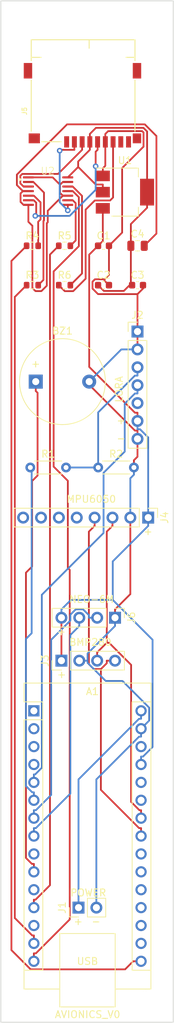
<source format=kicad_pcb>
(kicad_pcb (version 20221018) (generator pcbnew)
  (layers (0 "F.Cu" signal) (31 "B.Cu" signal) (34 "B.Paste" user) (35 "F.Paste" user) (36 "B.SilkS" user "B.Silkscreen") (37 "F.SilkS" user "F.Silkscreen") (38 "B.Mask" user) (39 "F.Mask" user) (44 "Edge.Cuts" user))
  (net 0 "")
  (net 5 "+5V")
  (net 6 "GND")
  (net 7 "+3.3V")
  (net 8 "Net-(U2-1~OE)")
  (net 9 "+9V")
  (net 10 "Net-(J2-Pin_3)")
  (net 11 "LORA_RX")
  (net 13 "SCL")
  (net 14 "SDA")
  (net 20 "Net-(J5-DAT3{slash}CD)")
  (net 21 "Net-(J5-CMD)")
  (net 22 "Net-(J5-CLK)")
  (net 23 "DO_LLS")
  (net 26 "GPS_RX")
  (net 27 "GPS_TX")
  (net 28 "SD_MOSI")
  (net 29 "Net-(U2-1A)")
  (net 30 "SD_SCK")
  (net 31 "Net-(U2-2A)")
  (net 32 "SD_CS")
  (net 33 "Net-(U2-3A)")
  (net 34 "Net-(U2-4A)")
  (net 35 "SD_MISO")
  (net 36 "LORA_TX")
  (net 38 "BUZZER")
  (footprint "MountingHole:MountingHole_3.2mm_M3_ISO7380" (layer "F.Cu") (at 33.5 154)
    (fp_text reference "H4" hide)
    (fp_text value "MountingHole" hide)
    (pad "" np_thru_hole circle (at 0 0) (size 3.2 3.2) (drill 3.2) (layers "*.Cu" "*.Mask"))
  )
  (footprint "Connector_PinHeader_2.54mm:PinHeader_1x02_P2.54mm_Vertical" (layer "F.Cu") (at 23.037 140.7302 90)
    (fp_text reference "J1" (at 0 -2.33 90) (layer "F.SilkS"))
    (fp_text value "BATTERY")
    (fp_line (start -1.33 -1.33) (end 0 -1.33) (stroke (width 0.12)) (layer "F.SilkS"))
    (fp_line (start -1.33 0) (end -1.33 -1.33) (stroke (width 0.12)) (layer "F.SilkS"))
    (fp_line (start -1.33 1.27) (end -1.33 3.87) (stroke (width 0.12)) (layer "F.SilkS"))
    (fp_line (start -1.33 1.27) (end 1.33 1.27) (stroke (width 0.12)) (layer "F.SilkS"))
    (fp_line (start -1.33 3.87) (end 1.33 3.87) (stroke (width 0.12)) (layer "F.SilkS"))
    (fp_line (start 1.33 1.27) (end 1.33 3.87) (stroke (width 0.12)) (layer "F.SilkS"))
    (pad "1" thru_hole rect (at 0 0 90) (size 1.7 1.7) (drill 1) (layers "*.Cu" "*.Mask") (net 9 "+9V"))
    (pad "2" thru_hole oval (at 0 2.54 90) (size 1.7 1.7) (drill 1) (layers "*.Cu" "*.Mask") (net 6 "GND"))
  )
  (footprint "Resistor_SMD:R_0603_1608Metric" (layer "F.Cu") (at 16.481 46.77)
    (fp_text reference "R4" (at 0 -1.43) (layer "F.SilkS"))
    (fp_text value "3.3k")
    (fp_line (start -0.237258 -0.5225) (end 0.237258 -0.5225) (stroke (width 0.12)) (layer "F.SilkS"))
    (fp_line (start -0.237258 0.5225) (end 0.237258 0.5225) (stroke (width 0.12)) (layer "F.SilkS"))
    (pad "1" smd roundrect (at -0.825 0) (size 0.8 0.95) (layers "F.Cu" "F.Paste" "F.Mask") (net 30 "SD_SCK"))
    (pad "2" smd roundrect (at 0.825 0) (size 0.8 0.95) (layers "F.Cu" "F.Paste" "F.Mask") (net 31 "Net-(U2-2A)"))
  )
  (footprint "Package_TO_SOT_SMD:SOT-223-3_TabPin2" (layer "F.Cu") (at 29.64 39.15)
    (fp_text reference "U1" (at 0 -4.5) (layer "F.SilkS"))
    (fp_text value "AMS1117-3.3")
    (fp_line (start -4.1 -3.41) (end 1.91 -3.41) (stroke (width 0.12)) (layer "F.SilkS"))
    (fp_line (start -1.85 3.41) (end 1.91 3.41) (stroke (width 0.12)) (layer "F.SilkS"))
    (fp_line (start 1.91 -3.41) (end 1.91 -2.15) (stroke (width 0.12)) (layer "F.SilkS"))
    (fp_line (start 1.91 3.41) (end 1.91 2.15) (stroke (width 0.12)) (layer "F.SilkS"))
    (pad "1" smd rect (at -3.15 -2.3) (size 2 1.5) (layers "F.Cu" "F.Paste" "F.Mask") (net 6 "GND"))
    (pad "2" smd rect (at -3.15 0) (size 2 1.5) (layers "F.Cu" "F.Paste" "F.Mask") (net 7 "+3.3V"))
    (pad "2" smd rect (at 3.15 0) (size 2 3.8) (layers "F.Cu" "F.Paste" "F.Mask") (net 7 "+3.3V"))
    (pad "3" smd rect (at -3.15 2.3) (size 2 1.5) (layers "F.Cu" "F.Paste" "F.Mask") (net 5 "+5V"))
  )
  (footprint "Resistor_THT:R_Axial_DIN0204_L3.6mm_D1.6mm_P5.08mm_Horizontal" (layer "F.Cu") (at 16.184 78.2462)
    (fp_text reference "R1" (at 2.54 -1.92) (layer "F.SilkS"))
    (fp_text value "1k")
    (fp_line (start 0.62 -0.92) (end 4.46 -0.92) (stroke (width 0.12)) (layer "F.SilkS"))
    (fp_line (start 0.62 0.92) (end 4.46 0.92) (stroke (width 0.12)) (layer "F.SilkS"))
    (pad "1" thru_hole circle (at 0 0) (size 1.4 1.4) (drill 0.7) (layers "*.Cu" "*.Mask") (net 36 "LORA_TX"))
    (pad "2" thru_hole oval (at 5.08 0) (size 1.4 1.4) (drill 0.7) (layers "*.Cu" "*.Mask") (net 10 "Net-(J2-Pin_3)"))
  )
  (footprint "Connector_PinHeader_2.54mm:PinHeader_1x04_P2.54mm_Vertical" (layer "F.Cu") (at 20.61 105.67 90)
    (fp_text reference "J3" (at 0 -2.33 90) (layer "F.SilkS"))
    (fp_text value "BMP280" hide)
    (fp_line (start -1.33 -1.33) (end 0 -1.33) (stroke (width 0.12)) (layer "F.SilkS"))
    (fp_line (start -1.33 0) (end -1.33 -1.33) (stroke (width 0.12)) (layer "F.SilkS"))
    (fp_line (start -1.33 1.27) (end -1.33 8.95) (stroke (width 0.12)) (layer "F.SilkS"))
    (fp_line (start -1.33 1.27) (end 1.33 1.27) (stroke (width 0.12)) (layer "F.SilkS"))
    (fp_line (start -1.33 8.95) (end 1.33 8.95) (stroke (width 0.12)) (layer "F.SilkS"))
    (fp_line (start 1.33 1.27) (end 1.33 8.95) (stroke (width 0.12)) (layer "F.SilkS"))
    (pad "1" thru_hole rect (at 0 0 90) (size 1.7 1.7) (drill 1) (layers "*.Cu" "*.Mask") (net 5 "+5V"))
    (pad "2" thru_hole oval (at 0 2.54 90) (size 1.7 1.7) (drill 1) (layers "*.Cu" "*.Mask") (net 6 "GND"))
    (pad "3" thru_hole oval (at 0 5.08 90) (size 1.7 1.7) (drill 1) (layers "*.Cu" "*.Mask") (net 13 "SCL"))
    (pad "4" thru_hole oval (at 0 7.62 90) (size 1.7 1.7) (drill 1) (layers "*.Cu" "*.Mask") (net 14 "SDA"))
  )
  (footprint "Capacitor_SMD:C_0805_2012Metric" (layer "F.Cu") (at 31.431 46.77)
    (fp_text reference "C4" (at 0 -1.68) (layer "F.SilkS"))
    (fp_text value "100uF")
    (fp_line (start -0.261252 -0.735) (end 0.261252 -0.735) (stroke (width 0.12)) (layer "F.SilkS"))
    (fp_line (start -0.261252 0.735) (end 0.261252 0.735) (stroke (width 0.12)) (layer "F.SilkS"))
    (pad "1" smd roundrect (at -0.95 0) (size 1 1.45) (layers "F.Cu" "F.Paste" "F.Mask") (net 7 "+3.3V"))
    (pad "2" smd roundrect (at 0.95 0) (size 1 1.45) (layers "F.Cu" "F.Paste" "F.Mask") (net 8 "Net-(U2-1~OE)"))
  )
  (footprint "SN74LVC125AD:TSSOP" (layer "F.Cu") (at 15.912 36.9056)
    (fp_text reference "U2" (at 2.7432 -0.762 unlocked) (layer "F.SilkS") (effects (font (thickness 0.1))))
    (fp_text value "SN74LVC125AD")
    (fp_circle (center -1.2192 0.4572) (end -1.1192 0.4572) (stroke (width 0.2)) (fill none) (layer "F.SilkS"))
    (pad "1" smd roundrect (at 0 0.1524) (size 1.55 0.3) (layers "F.Cu" "F.Paste" "F.Mask") (net 8 "Net-(U2-1~OE)"))
    (pad "2" smd roundrect (at 0 0.8024) (size 1.55 0.3) (layers "F.Cu" "F.Paste" "F.Mask") (net 29 "Net-(U2-1A)"))
    (pad "3" smd roundrect (at 0 1.4524) (size 1.55 0.3) (layers "F.Cu" "F.Paste" "F.Mask") (net 21 "Net-(J5-CMD)"))
    (pad "4" smd roundrect (at 0 2.1024) (size 1.55 0.3) (layers "F.Cu" "F.Paste" "F.Mask") (net 8 "Net-(U2-1~OE)"))
    (pad "5" smd roundrect (at 0 2.7524) (size 1.55 0.3) (layers "F.Cu" "F.Paste" "F.Mask") (net 31 "Net-(U2-2A)"))
    (pad "6" smd roundrect (at 0 3.4024) (size 1.55 0.3) (layers "F.Cu" "F.Paste" "F.Mask") (net 22 "Net-(J5-CLK)"))
    (pad "7" smd roundrect (at 0 4.0524) (size 1.55 0.3) (layers "F.Cu" "F.Paste" "F.Mask") (net 8 "Net-(U2-1~OE)"))
    (pad "8" smd roundrect (at 5.6 4.0524) (size 1.55 0.3) (layers "F.Cu" "F.Paste" "F.Mask") (net 20 "Net-(J5-DAT3{slash}CD)"))
    (pad "9" smd roundrect (at 5.6 3.4024) (size 1.55 0.3) (layers "F.Cu" "F.Paste" "F.Mask") (net 33 "Net-(U2-3A)"))
    (pad "10" smd roundrect (at 5.6 2.7524) (size 1.55 0.3) (layers "F.Cu" "F.Paste" "F.Mask") (net 8 "Net-(U2-1~OE)"))
    (pad "11" smd roundrect (at 5.6 2.1024) (size 1.55 0.3) (layers "F.Cu" "F.Paste" "F.Mask") (net 35 "SD_MISO"))
    (pad "12" smd roundrect (at 5.6 1.4524) (size 1.55 0.3) (layers "F.Cu" "F.Paste" "F.Mask") (net 34 "Net-(U2-4A)"))
    (pad "13" smd roundrect (at 5.6 0.8024) (size 1.55 0.3) (layers "F.Cu" "F.Paste" "F.Mask") (net 8 "Net-(U2-1~OE)"))
    (pad "14" smd roundrect (at 5.6 0.1524) (size 1.55 0.3) (layers "F.Cu" "F.Paste" "F.Mask") (net 7 "+3.3V"))
  )
  (footprint "MountingHole:MountingHole_3.2mm_M3_ISO7380" (layer "F.Cu") (at 33.5 15)
    (fp_text reference "H2" hide)
    (fp_text value "MountingHole" hide)
    (pad "" np_thru_hole circle (at 0 0) (size 3.2 3.2) (drill 3.2) (layers "*.Cu" "*.Mask"))
  )
  (footprint "Capacitor_SMD:C_0603_1608Metric" (layer "F.Cu") (at 26.592 46.77)
    (fp_text reference "C1" (at 0 -1.43) (layer "F.SilkS"))
    (fp_text value "100uF")
    (fp_line (start -0.14058 -0.51) (end 0.14058 -0.51) (stroke (width 0.12)) (layer "F.SilkS"))
    (fp_line (start -0.14058 0.51) (end 0.14058 0.51) (stroke (width 0.12)) (layer "F.SilkS"))
    (pad "1" smd roundrect (at -0.775 0) (size 0.9 0.95) (layers "F.Cu" "F.Paste" "F.Mask") (net 5 "+5V"))
    (pad "2" smd roundrect (at 0.775 0) (size 0.9 0.95) (layers "F.Cu" "F.Paste" "F.Mask") (net 6 "GND"))
  )
  (footprint "J_SD_Card-micro_socket_A:J_SD_Card-micro_socket_A" (layer "F.Cu") (at 24.566 24.9963)
    (fp_text reference "J5" (at -9.201432 2.644855 -90) (layer "F.SilkS") (effects (font (size 0.64 0.64))))
    (fp_text value "Micro_SD_Card" hide)
    (fp_line (start -8.25 -7.478145) (end -8.25 -4.978145) (stroke (width 0.15)) (layer "F.SilkS"))
    (fp_line (start -8.25 -4.978145) (end -8.25 -4.5) (stroke (width 0.15)) (layer "F.SilkS"))
    (fp_line (start -8.25 -1.75) (end -8.25 5.5) (stroke (width 0.15)) (layer "F.SilkS"))
    (fp_line (start -6.85 -4.978145) (end -8.25 -4.978145) (stroke (width 0.15)) (layer "F.SilkS"))
    (fp_line (start -6.75 7) (end -4 7) (stroke (width 0.15)) (layer "F.SilkS"))
    (fp_line (start -5.45 -7.478145) (end -8.25 -7.478145) (stroke (width 0.15)) (layer "F.SilkS"))
    (fp_line (start -0.015032 -7.478145) (end -5.515032 -7.478145) (stroke (width 0.15)) (layer "F.SilkS"))
    (fp_line (start -0.015032 -6.278145) (end -0.015032 -7.478145) (stroke (width 0.15)) (layer "F.SilkS"))
    (fp_line (start 5.234968 -4.978145) (end 6.5 -4.978145) (stroke (width 0.15)) (layer "F.SilkS"))
    (fp_line (start 5.484968 -7.478145) (end -0.015032 -7.478145) (stroke (width 0.15)) (layer "F.SilkS"))
    (fp_line (start 6.5 -7.478145) (end 5.484968 -7.478145) (stroke (width 0.15)) (layer "F.SilkS"))
    (fp_line (start 6.5 -7.478145) (end 6.5 -4.978145) (stroke (width 0.15)) (layer "F.SilkS"))
    (fp_line (start 6.5 -4.989073) (end 6.5 -4.510928) (stroke (width 0.15)) (layer "F.SilkS"))
    (fp_line (start 6.5 -1.75) (end 6.5 5.5) (stroke (width 0.15)) (layer "F.SilkS"))
    (pad "" np_thru_hole circle (at -4.015032 -3.478145) (size 0.9 0.9) (drill 0.9) (layers "*.Cu" "*.Mask"))
    (pad "" np_thru_hole circle (at 3.984968 -3.478145) (size 0.9 0.9) (drill 0.9) (layers "*.Cu" "*.Mask"))
    (pad "1" smd rect (at -3.215032 7.021855) (size 0.7 1.6) (layers "F.Cu" "F.Paste" "F.Mask"))
    (pad "2" smd rect (at -2.115032 7.021855) (size 0.7 1.6) (layers "F.Cu" "F.Paste" "F.Mask") (net 20 "Net-(J5-DAT3{slash}CD)"))
    (pad "3" smd rect (at -1.015032 7.021855) (size 0.7 1.6) (layers "F.Cu" "F.Paste" "F.Mask") (net 21 "Net-(J5-CMD)"))
    (pad "4" smd rect (at 0.084968 7.021855) (size 0.7 1.6) (layers "F.Cu" "F.Paste" "F.Mask") (net 7 "+3.3V"))
    (pad "5" smd rect (at 1.184968 7.021855) (size 0.7 1.6) (layers "F.Cu" "F.Paste" "F.Mask") (net 22 "Net-(J5-CLK)"))
    (pad "6" smd rect (at 2.284968 7.021855) (size 0.7 1.6) (layers "F.Cu" "F.Paste" "F.Mask") (net 6 "GND"))
    (pad "7" smd rect (at 3.384968 7.021855) (size 0.7 1.6) (layers "F.Cu" "F.Paste" "F.Mask") (net 23 "DO_LLS"))
    (pad "8" smd rect (at 4.484968 7.021855) (size 0.7 1.6) (layers "F.Cu" "F.Paste" "F.Mask"))
    (pad "9" smd rect (at 5.584968 7.021855) (size 0.7 1.6) (layers "F.Cu" "F.Paste" "F.Mask"))
    (pad "SH" smd rect (at -8.715032 -3.078145) (size 1.2 2.2) (layers "F.Cu" "F.Paste" "F.Mask"))
    (pad "SH" smd rect (at -7.815032 6.521855) (size 1.6 1.4) (layers "F.Cu" "F.Paste" "F.Mask"))
    (pad "SH" smd rect (at 6.784968 -3.078145) (size 1.2 2.2) (layers "F.Cu" "F.Paste" "F.Mask"))
    (pad "SH" smd rect (at 6.784968 6.521855) (size 1.2 1.4) (layers "F.Cu" "F.Paste" "F.Mask"))
  )
  (footprint "Capacitor_SMD:C_0603_1608Metric" (layer "F.Cu") (at 31.431 52.358)
    (fp_text reference "C3" (at 0 -1.43) (layer "F.SilkS"))
    (fp_text value "100uF")
    (fp_line (start -0.14058 -0.51) (end 0.14058 -0.51) (stroke (width 0.12)) (layer "F.SilkS"))
    (fp_line (start -0.14058 0.51) (end 0.14058 0.51) (stroke (width 0.12)) (layer "F.SilkS"))
    (pad "1" smd roundrect (at -0.775 0) (size 0.9 0.95) (layers "F.Cu" "F.Paste" "F.Mask") (net 7 "+3.3V"))
    (pad "2" smd roundrect (at 0.775 0) (size 0.9 0.95) (layers "F.Cu" "F.Paste" "F.Mask") (net 6 "GND"))
  )
  (footprint "Resistor_SMD:R_0603_1608Metric" (layer "F.Cu") (at 21.053 46.77)
    (fp_text reference "R5" (at 0 -1.43) (layer "F.SilkS"))
    (fp_text value "3.3k")
    (fp_line (start -0.237258 -0.5225) (end 0.237258 -0.5225) (stroke (width 0.12)) (layer "F.SilkS"))
    (fp_line (start -0.237258 0.5225) (end 0.237258 0.5225) (stroke (width 0.12)) (layer "F.SilkS"))
    (pad "1" smd roundrect (at -0.825 0) (size 0.8 0.95) (layers "F.Cu" "F.Paste" "F.Mask") (net 32 "SD_CS"))
    (pad "2" smd roundrect (at 0.825 0) (size 0.8 0.95) (layers "F.Cu" "F.Paste" "F.Mask") (net 33 "Net-(U2-3A)"))
  )
  (footprint "Resistor_SMD:R_0603_1608Metric" (layer "F.Cu") (at 16.481 52.358)
    (fp_text reference "R3" (at 0 -1.43) (layer "F.SilkS"))
    (fp_text value "3.3k")
    (fp_line (start -0.237258 -0.5225) (end 0.237258 -0.5225) (stroke (width 0.12)) (layer "F.SilkS"))
    (fp_line (start -0.237258 0.5225) (end 0.237258 0.5225) (stroke (width 0.12)) (layer "F.SilkS"))
    (pad "1" smd roundrect (at -0.825 0) (size 0.8 0.95) (layers "F.Cu" "F.Paste" "F.Mask") (net 28 "SD_MOSI"))
    (pad "2" smd roundrect (at 0.825 0) (size 0.8 0.95) (layers "F.Cu" "F.Paste" "F.Mask") (net 29 "Net-(U2-1A)"))
  )
  (footprint "Buzzer_Beeper:Buzzer_12x9.5RM7.6" (layer "F.Cu") (at 16.956 66.0542)
    (fp_text reference "BZ1" (at 3.8 -7.2) (layer "F.SilkS"))
    (fp_text value "BUZZER")
    (fp_text user "+" (at -0.01 -2.54) (layer "F.SilkS"))
    (fp_circle (center 3.8 0) (end 9.9 0) (stroke (width 0.12)) (fill none) (layer "F.SilkS"))
    (pad "1" thru_hole rect (at 0 0) (size 2 2) (drill 1) (layers "*.Cu" "*.Mask") (net 38 "BUZZER"))
    (pad "2" thru_hole circle (at 7.6 0) (size 2 2) (drill 1) (layers "*.Cu" "*.Mask") (net 6 "GND"))
  )
  (footprint "MountingHole:MountingHole_3.2mm_M3_ISO7380" (layer "F.Cu") (at 15 15)
    (fp_text reference "H1" hide)
    (fp_text value "MountingHole" hide)
    (pad "" np_thru_hole circle (at 0 0) (size 3.2 3.2) (drill 3.2) (layers "*.Cu" "*.Mask"))
  )
  (footprint "Resistor_THT:R_Axial_DIN0204_L3.6mm_D1.6mm_P5.08mm_Horizontal" (layer "F.Cu") (at 25.836 78.2462)
    (fp_text reference "R2" (at 2.54 -1.92) (layer "F.SilkS"))
    (fp_text value "2k")
    (fp_line (start 0.62 -0.92) (end 4.46 -0.92) (stroke (width 0.12)) (layer "F.SilkS"))
    (fp_line (start 0.62 0.92) (end 4.46 0.92) (stroke (width 0.12)) (layer "F.SilkS"))
    (pad "1" thru_hole circle (at 0 0) (size 1.4 1.4) (drill 0.7) (layers "*.Cu" "*.Mask") (net 10 "Net-(J2-Pin_3)"))
    (pad "2" thru_hole oval (at 5.08 0) (size 1.4 1.4) (drill 0.7) (layers "*.Cu" "*.Mask") (net 6 "GND"))
  )
  (footprint "Connector_PinHeader_2.54mm:PinHeader_1x04_P2.54mm_Vertical" (layer "F.Cu") (at 28.23 99.574 -90)
    (fp_text reference "J6" (at 0 -2.33 90) (layer "F.SilkS"))
    (fp_text value "NEO-6M" hide)
    (fp_line (start -1.33 -1.33) (end 0 -1.33) (stroke (width 0.12)) (layer "F.SilkS"))
    (fp_line (start -1.33 0) (end -1.33 -1.33) (stroke (width 0.12)) (layer "F.SilkS"))
    (fp_line (start -1.33 1.27) (end -1.33 8.95) (stroke (width 0.12)) (layer "F.SilkS"))
    (fp_line (start -1.33 1.27) (end 1.33 1.27) (stroke (width 0.12)) (layer "F.SilkS"))
    (fp_line (start -1.33 8.95) (end 1.33 8.95) (stroke (width 0.12)) (layer "F.SilkS"))
    (fp_line (start 1.33 1.27) (end 1.33 8.95) (stroke (width 0.12)) (layer "F.SilkS"))
    (pad "1" thru_hole rect (at 0 0 270) (size 1.7 1.7) (drill 1) (layers "*.Cu" "*.Mask") (net 6 "GND"))
    (pad "2" thru_hole oval (at 0 2.54 270) (size 1.7 1.7) (drill 1) (layers "*.Cu" "*.Mask") (net 26 "GPS_RX"))
    (pad "3" thru_hole oval (at 0 5.08 270) (size 1.7 1.7) (drill 1) (layers "*.Cu" "*.Mask") (net 27 "GPS_TX"))
    (pad "4" thru_hole oval (at 0 7.62 270) (size 1.7 1.7) (drill 1) (layers "*.Cu" "*.Mask") (net 5 "+5V"))
  )
  (footprint "Capacitor_SMD:C_0603_1608Metric" (layer "F.Cu") (at 26.592 52.358)
    (fp_text reference "C2" (at 0 -1.43) (layer "F.SilkS"))
    (fp_text value "10uF")
    (fp_line (start -0.14058 -0.51) (end 0.14058 -0.51) (stroke (width 0.12)) (layer "F.SilkS"))
    (fp_line (start -0.14058 0.51) (end 0.14058 0.51) (stroke (width 0.12)) (layer "F.SilkS"))
    (pad "1" smd roundrect (at -0.775 0) (size 0.9 0.95) (layers "F.Cu" "F.Paste" "F.Mask") (net 7 "+3.3V"))
    (pad "2" smd roundrect (at 0.775 0) (size 0.9 0.95) (layers "F.Cu" "F.Paste" "F.Mask") (net 6 "GND"))
  )
  (footprint "MountingHole:MountingHole_3.2mm_M3_ISO7380" (layer "F.Cu") (at 15 154)
    (fp_text reference "H3" hide)
    (fp_text value "MountingHole" hide)
    (pad "" np_thru_hole circle (at 0 0) (size 3.2 3.2) (drill 3.2) (layers "*.Cu" "*.Mask"))
  )
  (footprint "Module:Arduino_Nano" (layer "F.Cu") (at 16.692 112.7902)
    (fp_text reference "A1" (at 8.318 -2.7502) (layer "F.SilkS"))
    (fp_text value "Arduino_Nano_v2.x")
    (fp_text user "USB" (at 7.62 35.56 unlocked) (layer "F.SilkS"))
    (fp_line (start -1.4 -3.94) (end -1.4 -1.27) (stroke (width 0.12)) (layer "F.SilkS"))
    (fp_line (start -1.4 1.27) (end -1.4 39.5) (stroke (width 0.12)) (layer "F.SilkS"))
    (fp_line (start -1.4 39.5) (end 3.68 39.5) (stroke (width 0.12)) (layer "F.SilkS"))
    (fp_line (start 1.27 -1.27) (end -1.4 -1.27) (stroke (width 0.12)) (layer "F.SilkS"))
    (fp_line (start 1.27 1.27) (end -1.4 1.27) (stroke (width 0.12)) (layer "F.SilkS"))
    (fp_line (start 1.27 1.27) (end 1.27 -1.27) (stroke (width 0.12)) (layer "F.SilkS"))
    (fp_line (start 1.27 1.27) (end 1.27 36.83) (stroke (width 0.12)) (layer "F.SilkS"))
    (fp_line (start 1.27 36.83) (end -1.4 36.83) (stroke (width 0.12)) (layer "F.SilkS"))
    (fp_line (start 3.68 31.62) (end 11.56 31.62) (stroke (width 0.12)) (layer "F.SilkS"))
    (fp_line (start 3.68 42.04) (end 3.68 31.62) (stroke (width 0.12)) (layer "F.SilkS"))
    (fp_line (start 11.56 31.62) (end 11.56 42.04) (stroke (width 0.12)) (layer "F.SilkS"))
    (fp_line (start 11.56 42.04) (end 3.68 42.04) (stroke (width 0.12)) (layer "F.SilkS"))
    (fp_line (start 13.97 -1.27) (end 13.97 36.83) (stroke (width 0.12)) (layer "F.SilkS"))
    (fp_line (start 13.97 -1.27) (end 16.64 -1.27) (stroke (width 0.12)) (layer "F.SilkS"))
    (fp_line (start 13.97 36.83) (end 16.64 36.83) (stroke (width 0.12)) (layer "F.SilkS"))
    (fp_line (start 16.64 -3.94) (end -1.4 -3.94) (stroke (width 0.12)) (layer "F.SilkS"))
    (fp_line (start 16.64 39.5) (end 11.56 39.5) (stroke (width 0.12)) (layer "F.SilkS"))
    (fp_line (start 16.64 39.5) (end 16.64 -3.94) (stroke (width 0.12)) (layer "F.SilkS"))
    (pad "1" thru_hole rect (at 0 0) (size 1.6 1.6) (drill 1) (layers "*.Cu" "*.Mask"))
    (pad "2" thru_hole oval (at 0 2.54) (size 1.6 1.6) (drill 1) (layers "*.Cu" "*.Mask"))
    (pad "3" thru_hole oval (at 0 5.08) (size 1.6 1.6) (drill 1) (layers "*.Cu" "*.Mask"))
    (pad "4" thru_hole oval (at 0 7.62) (size 1.6 1.6) (drill 1) (layers "*.Cu" "*.Mask"))
    (pad "5" thru_hole oval (at 0 10.16) (size 1.6 1.6) (drill 1) (layers "*.Cu" "*.Mask") (net 11 "LORA_RX"))
    (pad "6" thru_hole oval (at 0 12.7) (size 1.6 1.6) (drill 1) (layers "*.Cu" "*.Mask") (net 36 "LORA_TX"))
    (pad "7" thru_hole oval (at 0 15.24) (size 1.6 1.6) (drill 1) (layers "*.Cu" "*.Mask") (net 26 "GPS_RX"))
    (pad "8" thru_hole oval (at 0 17.78) (size 1.6 1.6) (drill 1) (layers "*.Cu" "*.Mask") (net 27 "GPS_TX"))
    (pad "9" thru_hole oval (at 0 20.32) (size 1.6 1.6) (drill 1) (layers "*.Cu" "*.Mask"))
    (pad "10" thru_hole oval (at 0 22.86) (size 1.6 1.6) (drill 1) (layers "*.Cu" "*.Mask") (net 38 "BUZZER"))
    (pad "11" thru_hole oval (at 0 25.4) (size 1.6 1.6) (drill 1) (layers "*.Cu" "*.Mask"))
    (pad "12" thru_hole oval (at 0 27.94) (size 1.6 1.6) (drill 1) (layers "*.Cu" "*.Mask") (net 32 "SD_CS"))
    (pad "13" thru_hole oval (at 0 30.48) (size 1.6 1.6) (drill 1) (layers "*.Cu" "*.Mask"))
    (pad "14" thru_hole oval (at 0 33.02) (size 1.6 1.6) (drill 1) (layers "*.Cu" "*.Mask") (net 28 "SD_MOSI"))
    (pad "15" thru_hole oval (at 0 35.56) (size 1.6 1.6) (drill 1) (layers "*.Cu" "*.Mask") (net 35 "SD_MISO"))
    (pad "16" thru_hole oval (at 15.24 35.56) (size 1.6 1.6) (drill 1) (layers "*.Cu" "*.Mask") (net 30 "SD_SCK"))
    (pad "17" thru_hole oval (at 15.24 33.02) (size 1.6 1.6) (drill 1) (layers "*.Cu" "*.Mask"))
    (pad "18" thru_hole oval (at 15.24 30.48) (size 1.6 1.6) (drill 1) (layers "*.Cu" "*.Mask"))
    (pad "19" thru_hole oval (at 15.24 27.94) (size 1.6 1.6) (drill 1) (layers "*.Cu" "*.Mask"))
    (pad "20" thru_hole oval (at 15.24 25.4) (size 1.6 1.6) (drill 1) (layers "*.Cu" "*.Mask"))
    (pad "21" thru_hole oval (at 15.24 22.86) (size 1.6 1.6) (drill 1) (layers "*.Cu" "*.Mask"))
    (pad "22" thru_hole oval (at 15.24 20.32) (size 1.6 1.6) (drill 1) (layers "*.Cu" "*.Mask"))
    (pad "23" thru_hole oval (at 15.24 17.78) (size 1.6 1.6) (drill 1) (layers "*.Cu" "*.Mask") (net 14 "SDA"))
    (pad "24" thru_hole oval (at 15.24 15.24) (size 1.6 1.6) (drill 1) (layers "*.Cu" "*.Mask") (net 13 "SCL"))
    (pad "25" thru_hole oval (at 15.24 12.7) (size 1.6 1.6) (drill 1) (layers "*.Cu" "*.Mask"))
    (pad "26" thru_hole oval (at 15.24 10.16) (size 1.6 1.6) (drill 1) (layers "*.Cu" "*.Mask"))
    (pad "27" thru_hole oval (at 15.24 7.62) (size 1.6 1.6) (drill 1) (layers "*.Cu" "*.Mask") (net 5 "+5V"))
    (pad "28" thru_hole oval (at 15.24 5.08) (size 1.6 1.6) (drill 1) (layers "*.Cu" "*.Mask"))
    (pad "29" thru_hole oval (at 15.24 2.54) (size 1.6 1.6) (drill 1) (layers "*.Cu" "*.Mask") (net 6 "GND"))
    (pad "30" thru_hole oval (at 15.24 0) (size 1.6 1.6) (drill 1) (layers "*.Cu" "*.Mask") (net 9 "+9V"))
  )
  (footprint "Connector_PinHeader_2.54mm:PinHeader_1x07_P2.54mm_Vertical" (layer "F.Cu") (at 31.424 58.9422)
    (fp_text reference "J2" (at 0 -2.33) (layer "F.SilkS"))
    (fp_text value "E220-900T22D")
    (fp_line (start -1.33 -1.33) (end 0 -1.33) (stroke (width 0.12)) (layer "F.SilkS"))
    (fp_line (start -1.33 0) (end -1.33 -1.33) (stroke (width 0.12)) (layer "F.SilkS"))
    (fp_line (start -1.33 1.27) (end -1.33 16.57) (stroke (width 0.12)) (layer "F.SilkS"))
    (fp_line (start -1.33 1.27) (end 1.33 1.27) (stroke (width 0.12)) (layer "F.SilkS"))
    (fp_line (start -1.33 16.57) (end 1.33 16.57) (stroke (width 0.12)) (layer "F.SilkS"))
    (fp_line (start 1.33 1.27) (end 1.33 16.57) (stroke (width 0.12)) (layer "F.SilkS"))
    (pad "1" thru_hole rect (at 0 0) (size 1.7 1.7) (drill 1) (layers "*.Cu" "*.Mask") (net 6 "GND"))
    (pad "2" thru_hole oval (at 0 2.54) (size 1.7 1.7) (drill 1) (layers "*.Cu" "*.Mask") (net 6 "GND"))
    (pad "3" thru_hole oval (at 0 5.08) (size 1.7 1.7) (drill 1) (layers "*.Cu" "*.Mask") (net 10 "Net-(J2-Pin_3)"))
    (pad "4" thru_hole oval (at 0 7.62) (size 1.7 1.7) (drill 1) (layers "*.Cu" "*.Mask") (net 11 "LORA_RX"))
    (pad "5" thru_hole oval (at 0 10.16) (size 1.7 1.7) (drill 1) (layers "*.Cu" "*.Mask"))
    (pad "6" thru_hole oval (at 0 12.7) (size 1.7 1.7) (drill 1) (layers "*.Cu" "*.Mask") (net 5 "+5V"))
    (pad "7" thru_hole oval (at 0 15.24) (size 1.7 1.7) (drill 1) (layers "*.Cu" "*.Mask") (net 6 "GND"))
  )
  (footprint "Resistor_SMD:R_0603_1608Metric" (layer "F.Cu") (at 21.053 52.358)
    (fp_text reference "R6" (at 0 -1.43) (layer "F.SilkS"))
    (fp_text value "3.3k")
    (fp_line (start -0.237258 -0.5225) (end 0.237258 -0.5225) (stroke (width 0.12)) (layer "F.SilkS"))
    (fp_line (start -0.237258 0.5225) (end 0.237258 0.5225) (stroke (width 0.12)) (layer "F.SilkS"))
    (pad "1" smd roundrect (at -0.825 0) (size 0.8 0.95) (layers "F.Cu" "F.Paste" "F.Mask") (net 23 "DO_LLS"))
    (pad "2" smd roundrect (at 0.825 0) (size 0.8 0.95) (layers "F.Cu" "F.Paste" "F.Mask") (net 34 "Net-(U2-4A)"))
  )
  (footprint "Connector_PinHeader_2.54mm:PinHeader_1x08_P2.54mm_Vertical" (layer "F.Cu") (at 32.948 85.3582 -90)
    (fp_text reference "J4" (at 0 -2.33 -90) (layer "F.SilkS"))
    (fp_text value "MPU6050" hide)
    (fp_line (start -1.33 -1.33) (end 0 -1.33) (stroke (width 0.12)) (layer "F.SilkS"))
    (fp_line (start -1.33 0) (end -1.33 -1.33) (stroke (width 0.12)) (layer "F.SilkS"))
    (fp_line (start -1.33 1.27) (end -1.33 19.11) (stroke (width 0.12)) (layer "F.SilkS"))
    (fp_line (start -1.33 1.27) (end 1.33 1.27) (stroke (width 0.12)) (layer "F.SilkS"))
    (fp_line (start -1.33 19.11) (end 1.33 19.11) (stroke (width 0.12)) (layer "F.SilkS"))
    (fp_line (start 1.33 1.27) (end 1.33 19.11) (stroke (width 0.12)) (layer "F.SilkS"))
    (pad "1" thru_hole rect (at 0 0 270) (size 1.7 1.7) (drill 1) (layers "*.Cu" "*.Mask") (net 5 "+5V"))
    (pad "2" thru_hole oval (at 0 2.54 270) (size 1.7 1.7) (drill 1) (layers "*.Cu" "*.Mask") (net 6 "GND"))
    (pad "3" thru_hole oval (at 0 5.08 270) (size 1.7 1.7) (drill 1) (layers "*.Cu" "*.Mask") (net 13 "SCL"))
    (pad "4" thru_hole oval (at 0 7.62 270) (size 1.7 1.7) (drill 1) (layers "*.Cu" "*.Mask") (net 14 "SDA"))
    (pad "5" thru_hole oval (at 0 10.16 270) (size 1.7 1.7) (drill 1) (layers "*.Cu" "*.Mask"))
    (pad "6" thru_hole oval (at 0 12.7 270) (size 1.7 1.7) (drill 1) (layers "*.Cu" "*.Mask"))
    (pad "7" thru_hole oval (at 0 15.24 270) (size 1.7 1.7) (drill 1) (layers "*.Cu" "*.Mask"))
    (pad "8" thru_hole oval (at 0 17.78 270) (size 1.7 1.7) (drill 1) (layers "*.Cu" "*.Mask"))
  )
  (gr_rect (start 12 12) (end 36.5 157) (stroke (width 0.1)) (fill none) (layer "Edge.Cuts"))
  (gr_text "NEO-6M" (at 21.626 97.542) (layer "F.SilkS") (effects (font (size 1 1)) (justify left bottom)))
  (gr_text "+" (at 19.92 108.21) (layer "F.SilkS") (effects (font (size 1 1)) (justify left bottom)))
  (gr_text "+" (at 22.28 143.2702) (layer "F.SilkS") (effects (font (size 1 1)) (justify left bottom)))
  (gr_text "AVIONICS_V0" (at 19.59 156.49) (layer "F.SilkS") (effects (font (size 1 1)) (justify left bottom)))
  (gr_text "+" (at 32.21 87.91) (layer "F.SilkS") (effects (font (size 1 1)) (justify left bottom)))
  (gr_text "+" (at 19.86 102.13) (layer "F.SilkS") (effects (font (size 1 1)) (justify left bottom)))
  (gr_text "-" (at 28.376 74.6902) (layer "F.SilkS") (effects (font (size 1 1)) (justify left bottom)))
  (gr_text "+" (at 28.376 72.1502) (layer "F.SilkS") (effects (font (size 1 1)) (justify left bottom)))
  (gr_text "POWER" (at 21.772 139.2062) (layer "F.SilkS") (effects (font (size 1 1)) (justify left bottom)))
  (gr_text "BMP280" (at 21.626 103.638) (layer "F.SilkS") (effects (font (size 1 1)) (justify left bottom)))
  (gr_text "LORA" (at 29.392 69.1022 90) (layer "F.SilkS") (effects (font (size 1 1)) (justify left bottom)))
  (gr_text "MPU6050" (at 21.264 83.3262) (layer "F.SilkS") (effects (font (size 1 1)) (justify left bottom)))
  (gr_text "-" (at 24.82 143.2702) (layer "F.SilkS") (effects (font (size 1 1)) (justify left bottom)))
  (segment (start 24.563 48.024) (end 25.817 46.77) (width 0.25) (layer "F.Cu") (net 5))
  (segment (start 24.563 63.9722) (end 24.563 48.024) (width 0.25) (layer "F.Cu") (net 5))
  (segment (start 31.0561 70.4653) (end 24.563 63.9722) (width 0.25) (layer "F.Cu") (net 5))
  (segment (start 31.424 71.6422) (end 31.424 70.4653) (width 0.25) (layer "F.Cu") (net 5))
  (segment (start 20.61 99.574) (end 20.61 105.67) (width 0.25) (layer "F.Cu") (net 5))
  (segment (start 25.817 46.77) (end 26.49 46.097) (width 0.25) (layer "F.Cu") (net 5))
  (segment (start 26.49 41.45) (end 26.49 42.5269) (width 0.25) (layer "F.Cu") (net 5))
  (segment (start 26.49 46.097) (end 26.49 42.5269) (width 0.25) (layer "F.Cu") (net 5))
  (segment (start 31.424 70.4653) (end 31.0561 70.4653) (width 0.25) (layer "F.Cu") (net 5))
  (segment (start 33.5669 102.7028) (end 27.9035 97.0394) (width 0.25) (layer "B.Cu") (net 5))
  (segment (start 27.9035 97.0394) (end 21.9677 97.0394) (width 0.25) (layer "B.Cu") (net 5))
  (segment (start 31.424 71.6422) (end 31.424 72.8191) (width 0.25) (layer "B.Cu") (net 5))
  (segment (start 32.948 73.9773) (end 32.948 85.3582) (width 0.25) (layer "B.Cu") (net 5))
  (segment (start 31.932 119.2833) (end 32.2137 119.2833) (width 0.25) (layer "B.Cu") (net 5))
  (segment (start 32.2137 119.2833) (end 33.5669 117.9301) (width 0.25) (layer "B.Cu") (net 5))
  (segment (start 31.7898 72.8191) (end 32.948 73.9773) (width 0.25) (layer "B.Cu") (net 5))
  (segment (start 32.948 85.3582) (end 32.948 86.5351) (width 0.25) (layer "B.Cu") (net 5))
  (segment (start 31.932 120.4102) (end 31.932 119.2833) (width 0.25) (layer "B.Cu") (net 5))
  (segment (start 31.424 72.8191) (end 31.7898 72.8191) (width 0.25) (layer "B.Cu") (net 5))
  (segment (start 32.948 86.5351) (end 27.9035 91.5796) (width 0.25) (layer "B.Cu") (net 5))
  (segment (start 27.9035 91.5796) (end 27.9035 97.0394) (width 0.25) (layer "B.Cu") (net 5))
  (segment (start 20.61 99.574) (end 20.61 98.3971) (width 0.25) (layer "B.Cu") (net 5))
  (segment (start 33.5669 117.9301) (end 33.5669 102.7028) (width 0.25) (layer "B.Cu") (net 5))
  (segment (start 21.9677 97.0394) (end 20.61 98.3971) (width 0.25) (layer "B.Cu") (net 5))
  (segment (start 26.7311 51.5243) (end 26.7311 51.7221) (width 0.25) (layer "F.Cu") (net 6))
  (segment (start 31.424 57.7653) (end 31.424 53.6311) (width 0.25) (layer "F.Cu") (net 6))
  (segment (start 26.851 32.0181) (end 26.851 35.4121) (width 0.25) (layer "F.Cu") (net 6))
  (segment (start 26.7311 51.7221) (end 27.367 52.358) (width 0.25) (layer "F.Cu") (net 6))
  (segment (start 31.0582 73.0053) (end 24.556 66.5031) (width 0.25) (layer "F.Cu") (net 6))
  (segment (start 25.0271 51.8679) (end 25.0271 52.8433) (width 0.25) (layer "F.Cu") (net 6))
  (segment (start 25.8149 53.6311) (end 31.424 53.6311) (width 0.25) (layer "F.Cu") (net 6))
  (segment (start 25.0271 52.8433) (end 25.8149 53.6311) (width 0.25) (layer "F.Cu") (net 6))
  (segment (start 31.424 74.1822) (end 31.424 73.0053) (width 0.25) (layer "F.Cu") (net 6))
  (segment (start 30.916 78.2462) (end 30.916 77.2193) (width 0.25) (layer "F.Cu") (net 6))
  (segment (start 26.7311 51.5243) (end 25.3707 51.5243) (width 0.25) (layer "F.Cu") (net 6))
  (segment (start 26.851 32.0181) (end 26.851 30.8912) (width 0.25) (layer "F.Cu") (net 6))
  (segment (start 31.424 76.7113) (end 31.424 74.1822) (width 0.25) (layer "F.Cu") (net 6))
  (segment (start 29.2412 35.7328) (end 32.2811 32.6929) (width 0.25) (layer "F.Cu") (net 6))
  (segment (start 29.2412 44.8958) (end 29.2412 35.7328) (width 0.25) (layer "F.Cu") (net 6))
  (segment (start 26.851 35.4121) (end 26.49 35.7731) (width 0.25) (layer "F.Cu") (net 6))
  (segment (start 30.408 96.2191) (end 30.408 85.3582) (width 0.25) (layer "F.Cu") (net 6))
  (segment (start 27.367 46.77) (end 27.367 50.8884) (width 0.25) (layer "F.Cu") (net 6))
  (segment (start 32.2811 30.6859) (end 32.0864 30.4912) (width 0.25) (layer "F.Cu") (net 6))
  (segment (start 32.206 52.8491) (end 32.206 52.358) (width 0.25) (layer "F.Cu") (net 6))
  (segment (start 31.424 58.9422) (end 31.424 57.7653) (width 0.25) (layer "F.Cu") (net 6))
  (segment (start 31.424 58.9422) (end 31.424 61.4822) (width 0.25) (layer "F.Cu") (net 6))
  (segment (start 27.367 46.77) (end 29.2412 44.8958) (width 0.25) (layer "F.Cu") (net 6))
  (segment (start 32.2811 32.6929) (end 32.2811 30.6859) (width 0.25) (layer "F.Cu") (net 6))
  (segment (start 25.3707 51.5243) (end 25.0271 51.8679) (width 0.25) (layer "F.Cu") (net 6))
  (segment (start 24.556 66.5031) (end 24.556 66.0542) (width 0.25) (layer "F.Cu") (net 6))
  (segment (start 26.49 36.85) (end 26.49 35.7731) (width 0.25) (layer "F.Cu") (net 6))
  (segment (start 27.367 50.8884) (end 26.7311 51.5243) (width 0.25) (layer "F.Cu") (net 6))
  (segment (start 31.424 73.0053) (end 31.0582 73.0053) (width 0.25) (layer "F.Cu") (net 6))
  (segment (start 32.0864 30.4912) (end 27.251 30.4912) (width 0.25) (layer "F.Cu") (net 6))
  (segment (start 27.251 30.4912) (end 26.851 30.8912) (width 0.25) (layer "F.Cu") (net 6))
  (segment (start 28.23 98.3971) (end 30.408 96.2191) (width 0.25) (layer "F.Cu") (net 6))
  (segment (start 31.424 53.6311) (end 32.206 52.8491) (width 0.25) (layer "F.Cu") (net 6))
  (segment (start 28.23 99.574) (end 28.23 98.3971) (width 0.25) (layer "F.Cu") (net 6))
  (segment (start 30.916 77.2193) (end 31.424 76.7113) (width 0.25) (layer "F.Cu") (net 6))
  (segment (start 29.128 61.4822) (end 31.424 61.4822) (width 0.25) (layer "B.Cu") (net 6))
  (segment (start 33.0852 112.343) (end 33.0852 114.177) (width 0.25) (layer "B.Cu") (net 6))
  (segment (start 24.3269 104.654) (end 24.3269 105.67) (width 0.25) (layer "B.Cu") (net 6))
  (segment (start 31.932 115.3302) (end 31.932 116.4571) (width 0.25) (layer "B.Cu") (net 6))
  (segment (start 28.23 99.574) (end 28.23 100.7509) (width 0.25) (layer "B.Cu") (net 6))
  (segment (start 24.3269 105.9739) (end 26.9054 108.5524) (width 0.25) (layer "B.Cu") (net 6))
  (segment (start 29.2946 108.5524) (end 33.0852 112.343) (width 0.25) (layer "B.Cu") (net 6))
  (segment (start 25.577 122.5304) (end 25.577 140.7302) (width 0.25) (layer "B.Cu") (net 6))
  (segment (start 30.408 85.3582) (end 30.408 79.7811) (width 0.25) (layer "B.Cu") (net 6))
  (segment (start 30.408 79.7811) (end 30.916 79.2731) (width 0.25) (layer "B.Cu") (net 6))
  (segment (start 28.23 100.7509) (end 24.3269 104.654) (width 0.25) (layer "B.Cu") (net 6))
  (segment (start 33.0852 114.177) (end 31.932 115.3302) (width 0.25) (layer "B.Cu") (net 6))
  (segment (start 24.556 66.0542) (end 29.128 61.4822) (width 0.25) (layer "B.Cu") (net 6))
  (segment (start 30.916 78.2462) (end 30.916 79.2731) (width 0.25) (layer "B.Cu") (net 6))
  (segment (start 23.15 105.67) (end 24.3269 105.67) (width 0.25) (layer "B.Cu") (net 6))
  (segment (start 31.932 116.4571) (end 31.6503 116.4571) (width 0.25) (layer "B.Cu") (net 6))
  (segment (start 26.9054 108.5524) (end 29.2946 108.5524) (width 0.25) (layer "B.Cu") (net 6))
  (segment (start 31.6503 116.4571) (end 25.577 122.5304) (width 0.25) (layer "B.Cu") (net 6))
  (segment (start 24.3269 105.67) (end 24.3269 105.9739) (width 0.25) (layer "B.Cu") (net 6))
  (segment (start 22.9913 35.5787) (end 25.4856 38.0731) (width 0.25) (layer "F.Cu") (net 7))
  (segment (start 30.481 43.6859) (end 32.79 41.3769) (width 0.25) (layer "F.Cu") (net 7))
  (segment (start 30.481 52.183) (end 29.4848 53.1792) (width 0.25) (layer "F.Cu") (net 7))
  (segment (start 32.79 39.15) (end 32.79 30.5408) (width 0.25) (layer "F.Cu") (net 7))
  (segment (start 24.651 32.0181) (end 24.651 30.8912) (width 0.25) (layer "F.Cu") (net 7))
  (segment (start 24.651 32.0181) (end 24.651 33.145) (width 0.25) (layer "F.Cu") (net 7))
  (segment (start 32.79 30.5408) (end 32.2711 30.0219) (width 0.25) (layer "F.Cu") (net 7))
  (segment (start 26.49 39.15) (end 26.49 38.0731) (width 0.25) (layer "F.Cu") (net 7))
  (segment (start 30.481 46.77) (end 30.481 43.6859) (width 0.25) (layer "F.Cu") (net 7))
  (segment (start 30.656 52.358) (end 30.481 52.183) (width 0.25) (layer "F.Cu") (net 7))
  (segment (start 32.2711 30.0219) (end 25.5203 30.0219) (width 0.25) (layer "F.Cu") (net 7))
  (segment (start 29.4848 53.1792) (end 26.6382 53.1792) (width 0.25) (layer "F.Cu") (net 7))
  (segment (start 22.9912 34.8048) (end 22.9912 35.5787) (width 0.25) (layer "F.Cu") (net 7))
  (segment (start 30.481 52.183) (end 30.481 46.77) (width 0.25) (layer "F.Cu") (net 7))
  (segment (start 26.6382 53.1792) (end 25.817 52.358) (width 0.25) (layer "F.Cu") (net 7))
  (segment (start 32.79 39.15) (end 32.79 41.3769) (width 0.25) (layer "F.Cu") (net 7))
  (segment (start 25.4856 38.0731) (end 26.49 38.0731) (width 0.25) (layer "F.Cu") (net 7))
  (segment (start 25.5203 30.0219) (end 24.651 30.8912) (width 0.25) (layer "F.Cu") (net 7))
  (segment (start 22.9913 35.5787) (end 21.512 37.058) (width 0.25) (layer "F.Cu") (net 7))
  (segment (start 24.651 33.145) (end 22.9912 34.8048) (width 0.25) (layer "F.Cu") (net 7))
  (segment (start 22.9912 35.5787) (end 22.9913 35.5787) (width 0.25) (layer "F.Cu") (net 7))
  (segment (start 34.1169 31.1854) (end 32.4625 29.531) (width 0.25) (layer "F.Cu") (net 8))
  (segment (start 14.275 38.1536) (end 15.1294 39.008) (width 0.25) (layer "F.Cu") (net 8))
  (segment (start 20.4098 38.1047) (end 20.4098 39.2569) (width 0.25) (layer "F.Cu") (net 8))
  (segment (start 20.8065 37.708) (end 20.4098 38.1047) (width 0.25) (layer "F.Cu") (net 8))
  (segment (start 18.5242 52.4419) (end 18.5242 43.5748) (width 0.25) (layer "F.Cu") (net 8))
  (segment (start 18.6617 41.807) (end 20.8108 39.6579) (width 0.25) (layer "F.Cu") (net 8))
  (segment (start 32.381 46.77) (end 34.1169 45.0341) (width 0.25) (layer "F.Cu") (net 8))
  (segment (start 17.761 53.2051) (end 18.5242 52.4419) (width 0.25) (layer "F.Cu") (net 8))
  (segment (start 20.4098 39.2569) (end 20.8108 39.6579) (width 0.25) (layer "F.Cu") (net 8))
  (segment (start 14.7964 39.341) (end 15.1294 39.008) (width 0.25) (layer "F.Cu") (net 8))
  (segment (start 20.8108 39.6579) (end 21.512 39.6579) (width 0.25) (layer "F.Cu") (net 8))
  (segment (start 16.481 52.7647) (end 16.9214 53.2051) (width 0.25) (layer "F.Cu") (net 8))
  (segment (start 15.1294 39.008) (end 15.912 39.008) (width 0.25) (layer "F.Cu") (net 8))
  (segment (start 19.3631 37.058) (end 15.912 37.058) (width 0.25) (layer "F.Cu") (net 8))
  (segment (start 15.912 43.3649) (end 16.481 43.9339) (width 0.25) (layer "F.Cu") (net 8))
  (segment (start 15.2164 40.958) (end 14.7964 40.538) (width 0.25) (layer "F.Cu") (net 8))
  (segment (start 21.4118 29.531) (end 14.275 36.6678) (width 0.25) (layer "F.Cu") (net 8))
  (segment (start 20.4098 38.1047) (end 19.3631 37.058) (width 0.25) (layer "F.Cu") (net 8))
  (segment (start 32.4625 29.531) (end 21.4118 29.531) (width 0.25) (layer "F.Cu") (net 8))
  (segment (start 21.512 37.708) (end 20.8065 37.708) (width 0.25) (layer "F.Cu") (net 8))
  (segment (start 16.481 43.9339) (end 16.481 52.7647) (width 0.25) (layer "F.Cu") (net 8))
  (segment (start 18.6617 43.4373) (end 18.6617 41.807) (width 0.25) (layer "F.Cu") (net 8))
  (segment (start 15.912 40.958) (end 15.912 43.3649) (width 0.25) (layer "F.Cu") (net 8))
  (segment (start 14.275 36.6678) (end 14.275 38.1536) (width 0.25) (layer "F.Cu") (net 8))
  (segment (start 34.1169 45.0341) (end 34.1169 31.1854) (width 0.25) (layer "F.Cu") (net 8))
  (segment (start 18.5242 43.5748) (end 18.6617 43.4373) (width 0.25) (layer "F.Cu") (net 8))
  (segment (start 14.7964 40.538) (end 14.7964 39.341) (width 0.25) (layer "F.Cu") (net 8))
  (segment (start 21.512 39.6579) (end 21.512 39.658) (width 0.25) (layer "F.Cu") (net 8))
  (segment (start 16.9214 53.2051) (end 17.761 53.2051) (width 0.25) (layer "F.Cu") (net 8))
  (segment (start 15.912 40.958) (end 15.2164 40.958) (width 0.25) (layer "F.Cu") (net 8))
  (segment (start 23.037 122.5304) (end 23.037 140.7302) (width 0.25) (layer "B.Cu") (net 9))
  (segment (start 31.6503 113.9171) (end 23.037 122.5304) (width 0.25) (layer "B.Cu") (net 9))
  (segment (start 31.932 112.7902) (end 31.932 113.9171) (width 0.25) (layer "B.Cu") (net 9))
  (segment (start 31.932 113.9171) (end 31.6503 113.9171) (width 0.25) (layer "B.Cu") (net 9))
  (segment (start 25.836 78.2462) (end 22.2909 78.2462) (width 0.25) (layer "B.Cu") (net 10))
  (segment (start 31.424 64.0222) (end 31.424 65.1991) (width 0.25) (layer "B.Cu") (net 10))
  (segment (start 31.0562 65.1991) (end 25.836 70.4193) (width 0.25) (layer "B.Cu") (net 10))
  (segment (start 25.836 70.4193) (end 25.836 78.2462) (width 0.25) (layer "B.Cu") (net 10))
  (segment (start 31.424 65.1991) (end 31.0562 65.1991) (width 0.25) (layer "B.Cu") (net 10))
  (segment (start 21.264 78.2462) (end 22.2909 78.2462) (width 0.25) (layer "B.Cu") (net 10))
  (segment (start 31.0582 67.7391) (end 29.6061 69.1912) (width 0.25) (layer "B.Cu") (net 11))
  (segment (start 29.6061 75.9907) (end 26.598 78.9988) (width 0.25) (layer "B.Cu") (net 11))
  (segment (start 17.8189 120.8771) (end 16.8727 121.8233) (width 0.25) (layer "B.Cu") (net 11))
  (segment (start 16.8727 121.8233) (end 16.692 121.8233) (width 0.25) (layer "B.Cu") (net 11))
  (segment (start 16.692 122.9502) (end 16.692 121.8233) (width 0.25) (layer "B.Cu") (net 11))
  (segment (start 26.598 78.9988) (end 26.598 87.5444) (width 0.25) (layer "B.Cu") (net 11))
  (segment (start 17.8189 96.3235) (end 17.8189 120.8771) (width 0.25) (layer "B.Cu") (net 11))
  (segment (start 26.598 87.5444) (end 17.8189 96.3235) (width 0.25) (layer "B.Cu") (net 11))
  (segment (start 31.424 66.5622) (end 31.424 67.7391) (width 0.25) (layer "B.Cu") (net 11))
  (segment (start 29.6061 69.1912) (end 29.6061 75.9907) (width 0.25) (layer "B.Cu") (net 11))
  (segment (start 31.424 67.7391) (end 31.0582 67.7391) (width 0.25) (layer "B.Cu") (net 11))
  (segment (start 31.932 128.0302) (end 31.932 126.9033) (width 0.25) (layer "F.Cu") (net 13))
  (segment (start 27.0531 87.35) (end 27.0531 103.13) (width 0.25) (layer "F.Cu") (net 13))
  (segment (start 27.0531 103.13) (end 25.69 104.4931) (width 0.25) (layer "F.Cu") (net 13))
  (segment (start 31.6985 126.9033) (end 31.932 126.9033) (width 0.25) (layer "F.Cu") (net 13))
  (segment (start 25.69 105.67) (end 25.69 104.4931) (width 0.25) (layer "F.Cu") (net 13))
  (segment (start 27.868 85.3582) (end 27.868 86.5351) (width 0.25) (layer "F.Cu") (net 13))
  (segment (start 27.0531 103.13) (end 27.3788 103.13) (width 0.25) (layer "F.Cu") (net 13))
  (segment (start 27.868 86.5351) (end 27.0531 87.35) (width 0.25) (layer "F.Cu") (net 13))
  (segment (start 27.3788 103.13) (end 30.5174 106.2686) (width 0.25) (layer "F.Cu") (net 13))
  (segment (start 30.5174 125.7222) (end 31.6985 126.9033) (width 0.25) (layer "F.Cu") (net 13))
  (segment (start 30.5174 106.2686) (end 30.5174 125.7222) (width 0.25) (layer "F.Cu") (net 13))
  (segment (start 28.23 105.67) (end 27.0531 105.67) (width 0.25) (layer "F.Cu") (net 14))
  (segment (start 24.5099 87.3532) (end 24.5099 106.1688) (width 0.25) (layer "F.Cu") (net 14))
  (segment (start 25.328 85.3582) (end 25.328 86.5351) (width 0.25) (layer "F.Cu") (net 14))
  (segment (start 27.0531 106.0358) (end 27.0531 105.67) (width 0.25) (layer "F.Cu") (net 14))
  (segment (start 31.6503 129.4433) (end 26.218 124.011) (width 0.25) (layer "F.Cu") (net 14))
  (segment (start 31.932 130.5702) (end 31.932 129.4433) (width 0.25) (layer "F.Cu") (net 14))
  (segment (start 25.212 106.8709) (end 26.218 106.8709) (width 0.25) (layer "F.Cu") (net 14))
  (segment (start 26.218 106.8709) (end 27.0531 106.0358) (width 0.25) (layer "F.Cu") (net 14))
  (segment (start 31.932 129.4433) (end 31.6503 129.4433) (width 0.25) (layer "F.Cu") (net 14))
  (segment (start 25.328 86.5351) (end 24.5099 87.3532) (width 0.25) (layer "F.Cu") (net 14))
  (segment (start 26.218 124.011) (end 26.218 106.8709) (width 0.25) (layer "F.Cu") (net 14))
  (segment (start 24.5099 106.1688) (end 25.212 106.8709) (width 0.25) (layer "F.Cu") (net 14))
  (segment (start 22.451 33.145) (end 20.4773 33.145) (width 0.25) (layer "F.Cu") (net 20))
  (segment (start 20.4773 33.145) (end 20.3602 33.2621) (width 0.25) (layer "F.Cu") (net 20))
  (segment (start 21.512 41.7444) (end 21.512 40.958) (width 0.25) (layer "F.Cu") (net 20))
  (segment (start 22.451 32.0181) (end 22.451 33.145) (width 0.25) (layer "F.Cu") (net 20))
  (via (at 20.3602 33.2621) (size 0.8) (drill 0.4) (layers "F.Cu" "B.Cu") (net 20))
  (via (at 21.512 41.7444) (size 0.8) (drill 0.4) (layers "F.Cu" "B.Cu") (net 20))
  (segment (start 20.3602 40.5926) (end 20.3602 33.2621) (width 0.25) (layer "B.Cu") (net 20))
  (segment (start 21.512 41.7444) (end 20.3602 40.5926) (width 0.25) (layer "B.Cu") (net 20))
  (segment (start 14.7691 36.8349) (end 14.7691 37.9088) (width 0.25) (layer "F.Cu") (net 21))
  (segment (start 15.2183 38.358) (end 15.912 38.358) (width 0.25) (layer "F.Cu") (net 21))
  (segment (start 20.1286 36.5674) (end 15.0366 36.5674) (width 0.25) (layer "F.Cu") (net 21))
  (segment (start 15.0366 36.5674) (end 14.7691 36.8349) (width 0.25) (layer "F.Cu") (net 21))
  (segment (start 23.551 33.145) (end 20.1286 36.5674) (width 0.25) (layer "F.Cu") (net 21))
  (segment (start 14.7691 37.9088) (end 15.2183 38.358) (width 0.25) (layer "F.Cu") (net 21))
  (segment (start 23.551 32.0181) (end 23.551 33.145) (width 0.25) (layer "F.Cu") (net 21))
  (segment (start 25.751 33.145) (end 25.473 33.423) (width 0.25) (layer "F.Cu") (net 22))
  (segment (start 25.473 33.423) (end 25.473 35.4793) (width 0.25) (layer "F.Cu") (net 22))
  (segment (start 25.751 32.0181) (end 25.751 33.145) (width 0.25) (layer "F.Cu") (net 22))
  (segment (start 16.6771 40.308) (end 15.912 40.308) (width 0.25) (layer "F.Cu") (net 22))
  (segment (start 17.0251 40.656) (end 16.6771 40.308) (width 0.25) (layer "F.Cu") (net 22))
  (segment (start 17.0251 42.3913) (end 17.0251 40.656) (width 0.25) (layer "F.Cu") (net 22))
  (segment (start 16.8935 42.5229) (end 17.0251 42.3913) (width 0.25) (layer "F.Cu") (net 22))
  (via (at 25.473 35.4793) (size 0.8) (drill 0.4) (layers "F.Cu" "B.Cu") (net 22))
  (via (at 16.8935 42.5229) (size 0.8) (drill 0.4) (layers "F.Cu" "B.Cu") (net 22))
  (segment (start 21.7781 42.5229) (end 25.473 38.828) (width 0.25) (layer "B.Cu") (net 22))
  (segment (start 25.473 38.828) (end 25.473 35.4793) (width 0.25) (layer "B.Cu") (net 22))
  (segment (start 16.8935 42.5229) (end 21.7781 42.5229) (width 0.25) (layer "B.Cu") (net 22))
  (segment (start 27.951 39.9146) (end 27.5279 40.3377) (width 0.25) (layer "F.Cu") (net 23))
  (segment (start 25.3516 40.3377) (end 24.049 41.6403) (width 0.25) (layer "F.Cu") (net 23))
  (segment (start 21.082 53.212) (end 20.228 52.358) (width 0.25) (layer "F.Cu") (net 23))
  (segment (start 24.049 51.4438) (end 22.2808 53.212) (width 0.25) (layer "F.Cu") (net 23))
  (segment (start 27.951 32.0181) (end 27.951 39.9146) (width 0.25) (layer "F.Cu") (net 23))
  (segment (start 27.5279 40.3377) (end 25.3516 40.3377) (width 0.25) (layer "F.Cu") (net 23))
  (segment (start 22.2808 53.212) (end 21.082 53.212) (width 0.25) (layer "F.Cu") (net 23))
  (segment (start 24.049 41.6403) (end 24.049 51.4438) (width 0.25) (layer "F.Cu") (net 23))
  (segment (start 16.692 126.9033) (end 16.9737 126.9033) (width 0.25) (layer "B.Cu") (net 26))
  (segment (start 23.6913 98.3864) (end 24.5131 99.2082) (width 0.25) (layer "B.Cu") (net 26))
  (segment (start 24.5131 99.2082) (end 24.5131 99.574) (width 0.25) (layer "B.Cu") (net 26))
  (segment (start 25.69 99.574) (end 24.5131 99.574) (width 0.25) (layer "B.Cu") (net 26))
  (segment (start 16.692 128.0302) (end 16.692 126.9033) (width 0.25) (layer "B.Cu") (net 26))
  (segment (start 22.6404 98.3864) (end 23.6913 98.3864) (width 0.25) (layer "B.Cu") (net 26))
  (segment (start 21.88 99.1468) (end 22.6404 98.3864) (width 0.25) (layer "B.Cu") (net 26))
  (segment (start 21.88 99.9761) (end 21.88 99.1468) (width 0.25) (layer "B.Cu") (net 26))
  (segment (start 16.9737 126.9033) (end 19.15 124.727) (width 0.25) (layer "B.Cu") (net 26))
  (segment (start 19.15 124.727) (end 19.15 102.7061) (width 0.25) (layer "B.Cu") (net 26))
  (segment (start 19.15 102.7061) (end 21.88 99.9761) (width 0.25) (layer "B.Cu") (net 26))
  (segment (start 16.9737 129.4433) (end 21.88 124.537) (width 0.25) (layer "B.Cu") (net 27))
  (segment (start 21.88 102.0209) (end 23.15 100.7509) (width 0.25) (layer "B.Cu") (net 27))
  (segment (start 16.692 130.5702) (end 16.692 129.4433) (width 0.25) (layer "B.Cu") (net 27))
  (segment (start 16.692 129.4433) (end 16.9737 129.4433) (width 0.25) (layer "B.Cu") (net 27))
  (segment (start 23.15 99.574) (end 23.15 100.7509) (width 0.25) (layer "B.Cu") (net 27))
  (segment (start 21.88 124.537) (end 21.88 102.0209) (width 0.25) (layer "B.Cu") (net 27))
  (segment (start 16.4585 144.6833) (end 16.692 144.6833) (width 0.25) (layer "F.Cu") (net 28))
  (segment (start 13.975 54.039) (end 13.975 142.1998) (width 0.25) (layer "F.Cu") (net 28))
  (segment (start 16.692 145.8102) (end 16.692 144.6833) (width 0.25) (layer "F.Cu") (net 28))
  (segment (start 15.656 52.358) (end 13.975 54.039) (width 0.25) (layer "F.Cu") (net 28))
  (segment (start 13.975 142.1998) (end 16.4585 144.6833) (width 0.25) (layer "F.Cu") (net 28))
  (segment (start 18.1277 43.1757) (end 18.053 43.2504) (width 0.25) (layer "F.Cu") (net 29))
  (segment (start 18.053 51.611) (end 17.306 52.358) (width 0.25) (layer "F.Cu") (net 29))
  (segment (start 18.1277 39.2183) (end 18.1277 43.1757) (width 0.25) (layer "F.Cu") (net 29))
  (segment (start 16.6174 37.708) (end 18.1277 39.2183) (width 0.25) (layer "F.Cu") (net 29))
  (segment (start 18.053 43.2504) (end 18.053 51.611) (width 0.25) (layer "F.Cu") (net 29))
  (segment (start 15.912 37.708) (end 16.6174 37.708) (width 0.25) (layer "F.Cu") (net 29))
  (segment (start 29.6581 149.4972) (end 30.8051 148.3502) (width 0.25) (layer "F.Cu") (net 30))
  (segment (start 15.656 46.77) (end 13.5001 48.9259) (width 0.25) (layer "F.Cu") (net 30))
  (segment (start 13.5001 146.7646) (end 16.2327 149.4972) (width 0.25) (layer "F.Cu") (net 30))
  (segment (start 31.932 148.3502) (end 30.8051 148.3502) (width 0.25) (layer "F.Cu") (net 30))
  (segment (start 16.2327 149.4972) (end 29.6581 149.4972) (width 0.25) (layer "F.Cu") (net 30))
  (segment (start 13.5001 48.9259) (end 13.5001 146.7646) (width 0.25) (layer "F.Cu") (net 30))
  (segment (start 16.6945 39.658) (end 17.6389 40.6024) (width 0.25) (layer "F.Cu") (net 31))
  (segment (start 17.6389 43.0254) (end 17.306 43.3583) (width 0.25) (layer "F.Cu") (net 31))
  (segment (start 15.912 39.658) (end 16.6945 39.658) (width 0.25) (layer "F.Cu") (net 31))
  (segment (start 17.6389 40.6024) (end 17.6389 43.0254) (width 0.25) (layer "F.Cu") (net 31))
  (segment (start 17.306 43.3583) (end 17.306 46.77) (width 0.25) (layer "F.Cu") (net 31))
  (segment (start 16.692 139.6033) (end 16.9255 139.6033) (width 0.25) (layer "F.Cu") (net 32))
  (segment (start 18.9807 48.0173) (end 20.228 46.77) (width 0.25) (layer "F.Cu") (net 32))
  (segment (start 16.9255 139.6033) (end 18.9807 137.5481) (width 0.25) (layer "F.Cu") (net 32))
  (segment (start 16.692 140.7302) (end 16.692 139.6033) (width 0.25) (layer "F.Cu") (net 32))
  (segment (start 18.9807 137.5481) (end 18.9807 48.0173) (width 0.25) (layer "F.Cu") (net 32))
  (segment (start 22.2207 40.308) (end 22.631 40.7183) (width 0.25) (layer "F.Cu") (net 33))
  (segment (start 22.631 40.7183) (end 22.631 46.017) (width 0.25) (layer "F.Cu") (net 33))
  (segment (start 21.512 40.308) (end 22.2207 40.308) (width 0.25) (layer "F.Cu") (net 33))
  (segment (start 22.631 46.017) (end 21.878 46.77) (width 0.25) (layer "F.Cu") (net 33))
  (segment (start 23.5348 39.681) (end 22.2118 38.358) (width 0.25) (layer "F.Cu") (net 34))
  (segment (start 23.5348 50.7012) (end 23.5348 39.681) (width 0.25) (layer "F.Cu") (net 34))
  (segment (start 22.2118 38.358) (end 21.512 38.358) (width 0.25) (layer "F.Cu") (net 34))
  (segment (start 21.878 52.358) (end 23.5348 50.7012) (width 0.25) (layer "F.Cu") (net 34))
  (segment (start 23.0829 39.8682) (end 22.2227 39.008) (width 0.25) (layer "F.Cu") (net 35))
  (segment (start 16.692 148.3502) (end 16.692 147.2233) (width 0.25) (layer "F.Cu") (net 35))
  (segment (start 21.7869 142.4101) (end 21.7869 92.7793) (width 0.25) (layer "F.Cu") (net 35))
  (segment (start 21.518 80.1349) (end 19.499 78.1159) (width 0.25) (layer "F.Cu") (net 35))
  (segment (start 21.518 92.5104) (end 21.518 80.1349) (width 0.25) (layer "F.Cu") (net 35))
  (segment (start 16.692 147.2233) (end 16.9737 147.2233) (width 0.25) (layer "F.Cu") (net 35))
  (segment (start 23.0829 46.8306) (end 23.0829 39.8682) (width 0.25) (layer "F.Cu") (net 35))
  (segment (start 21.7869 92.7793) (end 21.518 92.5104) (width 0.25) (layer "F.Cu") (net 35))
  (segment (start 16.9737 147.2233) (end 21.7869 142.4101) (width 0.25) (layer "F.Cu") (net 35))
  (segment (start 22.2227 39.008) (end 21.512 39.008) (width 0.25) (layer "F.Cu") (net 35))
  (segment (start 19.499 50.4145) (end 23.0829 46.8306) (width 0.25) (layer "F.Cu") (net 35))
  (segment (start 19.499 78.1159) (end 19.499 50.4145) (width 0.25) (layer "F.Cu") (net 35))
  (segment (start 15.557 123.4618) (end 16.4585 124.3633) (width 0.25) (layer "B.Cu") (net 36))
  (segment (start 16.3745 101.7735) (end 15.557 102.591) (width 0.25) (layer "B.Cu") (net 36))
  (segment (start 16.4585 124.3633) (end 16.692 124.3633) (width 0.25) (layer "B.Cu") (net 36))
  (segment (start 15.557 102.591) (end 15.557 123.4618) (width 0.25) (layer "B.Cu") (net 36))
  (segment (start 16.692 125.4902) (end 16.692 124.3633) (width 0.25) (layer "B.Cu") (net 36))
  (segment (start 16.3745 78.4367) (end 16.3745 101.7735) (width 0.25) (layer "B.Cu") (net 36))
  (segment (start 16.184 78.2462) (end 16.3745 78.4367) (width 0.25) (layer "B.Cu") (net 36))
  (segment (start 15.5651 93.1773) (end 16.4379 92.3045) (width 0.25) (layer "F.Cu") (net 38))
  (segment (start 16.956 66.0542) (end 16.956 67.3811) (width 0.25) (layer "F.Cu") (net 38))
  (segment (start 17.2161 79.3891) (end 17.2161 67.6412) (width 0.25) (layer "F.Cu") (net 38))
  (segment (start 16.692 135.6502) (end 16.692 134.5233) (width 0.25) (layer "F.Cu") (net 38))
  (segment (start 16.692 134.5233) (end 16.4102 134.5233) (width 0.25) (layer "F.Cu") (net 38))
  (segment (start 15.5651 133.6782) (end 15.5651 93.1773) (width 0.25) (layer "F.Cu") (net 38))
  (segment (start 17.2161 67.6412) (end 16.956 67.3811) (width 0.25) (layer "F.Cu") (net 38))
  (segment (start 16.4379 80.1673) (end 17.2161 79.3891) (width 0.25) (layer "F.Cu") (net 38))
  (segment (start 16.4102 134.5233) (end 15.5651 133.6782) (width 0.25) (layer "F.Cu") (net 38))
  (segment (start 16.4379 92.3045) (end 16.4379 80.1673) (width 0.25) (layer "F.Cu") (net 38))
)
</source>
